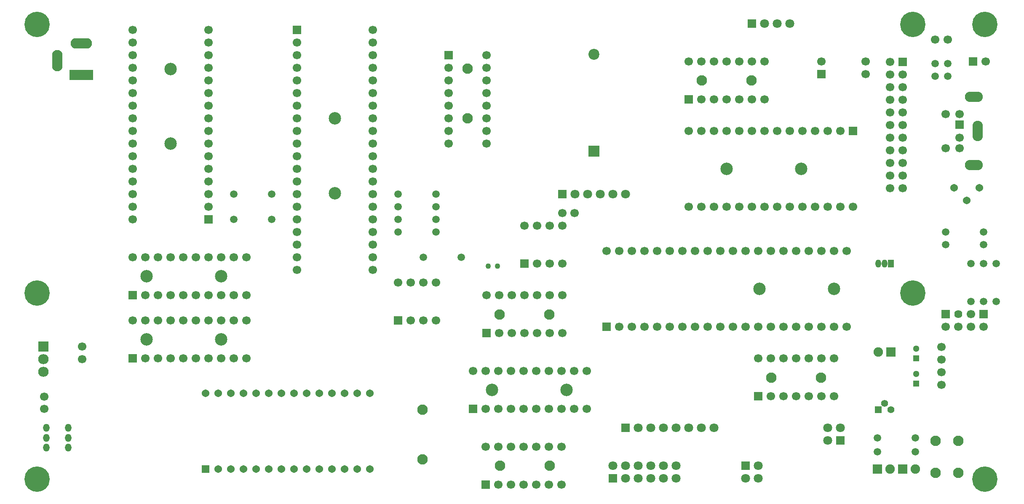
<source format=gbr>
%TF.GenerationSoftware,Novarm,DipTrace,4.3.0.5*%
%TF.CreationDate,2023-07-23T01:51:23+01:00*%
%FSLAX26Y26*%
%MOIN*%
%TF.FileFunction,Soldermask,Bot*%
%TF.Part,Single*%
%ADD18C,0.055118*%
%ADD23R,0.066929X0.066929*%
%ADD24C,0.066929*%
%ADD26R,0.051181X0.051181*%
%ADD27C,0.051181*%
%ADD28C,0.066929*%
%ADD43R,0.070866X0.070866*%
%ADD44C,0.070866*%
%ADD52C,0.082677*%
%ADD56C,0.043307*%
%ADD62C,0.086614*%
%ADD63R,0.086614X0.086614*%
%ADD65C,0.06063*%
%ADD67O,0.051181X0.063937*%
%ADD73O,0.045276X0.062992*%
%ADD75R,0.045276X0.062992*%
%ADD77C,0.074803*%
%ADD78R,0.074803X0.074803*%
%ADD79O,0.082677X0.078937*%
%ADD81R,0.082677X0.078937*%
%ADD83O,0.082677X0.169291*%
%ADD85O,0.169291X0.082677*%
%ADD87R,0.185039X0.082677*%
%ADD89O,0.082677X0.161417*%
%ADD91O,0.141732X0.082677*%
%ADD93C,0.06063*%
%ADD95R,0.06063X0.06063*%
%ADD98C,0.063937*%
%ADD100C,0.059055*%
%ADD101C,0.200787*%
%ADD103R,0.055118X0.055118*%
%ADD104C,0.098425*%
%ADD106C,0.070866*%
%ADD107C,0.059055*%
G75*
G01*
%LPD*%
D100*
X7932677Y2250000D3*
D107*
Y1950000D3*
D23*
X5699803Y3550394D3*
D24*
X5799803D3*
X5899803D3*
X5999803D3*
X6099803D3*
X6199803D3*
X6299803D3*
Y3850394D3*
X6199803D3*
X6099803D3*
X5999803D3*
X5899803D3*
X5799803D3*
X5699803D3*
D23*
X1900000Y2600000D3*
D24*
Y2700000D3*
Y2800000D3*
Y2900000D3*
Y3000000D3*
Y3100000D3*
Y3200000D3*
Y3300000D3*
Y3400000D3*
Y3500000D3*
Y3600000D3*
Y3700000D3*
Y3800000D3*
Y3900000D3*
Y4000000D3*
Y4100000D3*
X1300000D3*
Y4000000D3*
Y3900000D3*
Y3800000D3*
Y3700000D3*
Y3600000D3*
Y3500000D3*
Y3400000D3*
Y3300000D3*
Y3200000D3*
Y3100000D3*
Y3000000D3*
Y2900000D3*
Y2800000D3*
Y2700000D3*
Y2600000D3*
D100*
X3400000D3*
D107*
X3700000D3*
D23*
X5050000Y1750000D3*
D24*
X5150000D3*
X5250000D3*
X5350000D3*
X5450000D3*
X5550000D3*
X5650000D3*
X5750000D3*
X5850000D3*
X5950000D3*
X6050000D3*
X6150000D3*
X6250000D3*
X6350000D3*
X6450000D3*
X6550000D3*
X6650000D3*
X6750000D3*
X6850000D3*
X6950000D3*
Y2350000D3*
X6850000D3*
X6750000D3*
X6650000D3*
X6550000D3*
X6450000D3*
X6350000D3*
X6250000D3*
X6150000D3*
X6050000D3*
X5950000D3*
X5850000D3*
X5750000D3*
X5650000D3*
X5550000D3*
X5450000D3*
X5350000D3*
X5250000D3*
X5150000D3*
X5050000D3*
D52*
X7655118Y593701D3*
Y849606D3*
X7832283Y593701D3*
Y849606D3*
D43*
X6900000Y850000D3*
D106*
X6800000D3*
X6900000Y950000D3*
X6800000D3*
D104*
X2000000Y2150000D3*
X1409449D3*
D103*
X7200000Y1093701D3*
D18*
X7250000Y1143701D3*
X7300000Y1093701D3*
D52*
X3950000Y3400000D3*
Y3793701D3*
D43*
X5100000Y550000D3*
D106*
Y650000D3*
X5200000Y550000D3*
Y650000D3*
X5300000Y550000D3*
Y650000D3*
X5400000Y550000D3*
Y650000D3*
X5500000Y550000D3*
Y650000D3*
X5600000Y550000D3*
Y650000D3*
D43*
X4700000Y2800000D3*
D44*
X4800000D3*
X4900000D3*
X5000000D3*
X5100000D3*
X5200000D3*
D101*
X543701Y4143701D3*
Y2017717D3*
X7472835Y4143701D3*
Y2017717D3*
D23*
X7394094Y3848425D3*
D28*
X7294094D3*
X7394094Y3748425D3*
X7294094D3*
X7394094Y3648425D3*
X7294094D3*
X7394094Y3548425D3*
X7294094D3*
X7394094Y3448425D3*
X7294094D3*
X7394094Y3348425D3*
X7294094D3*
X7394094Y3248425D3*
X7294094D3*
X7394094Y3148425D3*
X7294094D3*
X7394094Y3048425D3*
X7294094D3*
X7394094Y2948425D3*
X7294094D3*
X7394094Y2848425D3*
X7294094D3*
D43*
X5200000Y950000D3*
D106*
X5300000D3*
X5400000D3*
X5500000D3*
X5600000D3*
X5700000D3*
X5800000D3*
X5900000D3*
D23*
X8032677Y1850000D3*
D28*
X7932677D3*
D98*
X7832677D3*
D23*
X7732677D3*
D28*
Y1750000D3*
X7832677D3*
X7932677D3*
X8032677D3*
X4700000Y2650000D3*
X4798425D3*
D23*
X2600000Y4100000D3*
D24*
Y4000000D3*
Y3900000D3*
Y3800000D3*
Y3700000D3*
Y3600000D3*
Y3500000D3*
Y3400000D3*
Y3300000D3*
Y3200000D3*
Y3100000D3*
Y3000000D3*
Y2900000D3*
Y2800000D3*
Y2700000D3*
Y2600000D3*
Y2500000D3*
Y2400000D3*
Y2300000D3*
Y2200000D3*
X3200000D3*
Y2300000D3*
Y2400000D3*
Y2500000D3*
Y2600000D3*
Y2700000D3*
Y2800000D3*
Y2900000D3*
Y3000000D3*
Y3100000D3*
Y3200000D3*
Y3300000D3*
Y3400000D3*
Y3500000D3*
Y3600000D3*
Y3700000D3*
Y3800000D3*
Y3900000D3*
Y4000000D3*
Y4100000D3*
D100*
X2100000Y2800000D3*
D107*
X2400000D3*
D26*
X7500000Y1500000D3*
D27*
Y1578740D3*
D100*
X8032677Y2400000D3*
D107*
X7732677D3*
D23*
X1300000Y1500000D3*
D24*
X1400000D3*
X1500000D3*
X1600000D3*
X1700000D3*
X1800000D3*
X1900000D3*
X2000000D3*
X2100000D3*
X2200000D3*
Y1800000D3*
X2100000D3*
X2000000D3*
X1900000D3*
X1800000D3*
X1700000D3*
X1600000D3*
X1500000D3*
X1400000D3*
X1300000D3*
D100*
X8032677Y1950000D3*
D107*
Y2250000D3*
D104*
X1600000Y3200000D3*
Y3790551D3*
X4143701Y1250000D3*
X4734252D3*
D23*
X4100000Y1700000D3*
D24*
X4200000D3*
X4300000D3*
X4400000D3*
X4500000D3*
X4600000D3*
X4700000D3*
Y2000000D3*
X4600000D3*
X4500000D3*
X4400000D3*
X4300000D3*
X4200000D3*
X4100000D3*
D100*
X7193701Y871654D3*
D107*
X7493701D3*
D100*
X7650000Y3834252D3*
D107*
Y3734252D3*
D28*
X7100000Y3751575D3*
Y3850000D3*
D95*
X1875492Y625984D3*
D93*
X1975492D3*
X2075492D3*
X2175492D3*
X2275492D3*
X2375492D3*
X2475492D3*
X2575492D3*
X2675492D3*
X2775492D3*
X2875492D3*
X2975492D3*
X3075492D3*
X3175492D3*
Y1225984D3*
X3075492D3*
X2975492D3*
X2875492D3*
X2775492D3*
X2675492D3*
X2575492D3*
X2475492D3*
X2375492D3*
X2275492D3*
X2175492D3*
X2075492D3*
X1975492D3*
X1875492D3*
D23*
X4093701Y500000D3*
D24*
X4193701D3*
X4293701D3*
X4393701D3*
X4493701D3*
X4593701D3*
X4693701D3*
Y800000D3*
X4593701D3*
X4493701D3*
X4393701D3*
X4293701D3*
X4193701D3*
X4093701D3*
D23*
X6250000Y1200000D3*
D24*
X6350000D3*
X6450000D3*
X6550000D3*
X6650000D3*
X6750000D3*
X6850000D3*
Y1500000D3*
X6750000D3*
X6650000D3*
X6550000D3*
X6450000D3*
X6350000D3*
X6250000D3*
D23*
X7843701Y3351575D3*
D28*
Y3249213D3*
Y3434252D3*
Y3166535D3*
X7733465Y3434252D3*
Y3166535D3*
D91*
X7955906Y3030709D3*
D89*
X7987402Y3300394D3*
D91*
X7955906Y3570079D3*
D28*
X600000Y1100000D3*
Y1198425D3*
D23*
X6750000Y3751575D3*
D28*
Y3850000D3*
D100*
X7750000Y3834252D3*
D107*
Y3734252D3*
D100*
X3400000Y2800000D3*
D107*
X3700000D3*
D101*
X543701Y543701D3*
D104*
X6000000Y3000000D3*
X6590551D3*
D43*
X6200000Y4150000D3*
D106*
X6300000D3*
X6400000D3*
X6500000D3*
D26*
X7500000Y1300000D3*
D27*
Y1378740D3*
D52*
X4203346Y1849606D3*
X4597047D3*
X6196850Y3700000D3*
X5803150D3*
X6747047Y1349606D3*
X6353346D3*
D87*
X893701Y3745669D3*
D85*
Y3993701D3*
D83*
X704724Y3859843D3*
D81*
X593701Y1593701D3*
D79*
Y1493701D3*
Y1393701D3*
D23*
X7951575Y3850000D3*
D28*
X8050000D3*
X7700984Y1292126D3*
Y1390551D3*
D78*
X7300000Y1550000D3*
D77*
X7200000D3*
D75*
X7300000Y2250000D3*
D73*
X7250000D3*
X7200000D3*
D100*
X7493701Y760236D3*
D107*
X7193701D3*
D23*
X1300000Y2000000D3*
D24*
X1400000D3*
X1500000D3*
X1600000D3*
X1700000D3*
X1800000D3*
X1900000D3*
X2000000D3*
X2100000D3*
X2200000D3*
Y2300000D3*
X2100000D3*
X2000000D3*
X1900000D3*
X1800000D3*
X1700000D3*
X1600000D3*
X1500000D3*
X1400000D3*
X1300000D3*
D28*
X7749213Y4025000D3*
X7650787D3*
D100*
X3900394Y2300000D3*
D107*
X3600394D3*
D100*
X3700394Y2500000D3*
D107*
X3400394D3*
D104*
X2000000Y1650000D3*
X1409449D3*
D100*
X8032677Y2500000D3*
D107*
X7732677D3*
D23*
X4400000Y2250000D3*
D24*
X4500000D3*
X4600000D3*
X4700000D3*
Y2550000D3*
X4600000D3*
X4500000D3*
X4400000D3*
D28*
X900000Y1593701D3*
Y1495276D3*
D67*
X617323Y951772D3*
Y873031D3*
Y794291D3*
X790551Y951772D3*
Y873031D3*
Y794291D3*
D23*
X3993701Y1100000D3*
D24*
X4093701D3*
X4193701D3*
X4293701D3*
X4393701D3*
X4493701D3*
X4593701D3*
X4693701D3*
X4793701D3*
X4893701D3*
Y1400000D3*
X4793701D3*
X4693701D3*
X4593701D3*
X4493701D3*
X4393701D3*
X4293701D3*
X4193701D3*
X4093701D3*
X3993701D3*
D52*
X3594685Y700984D3*
Y1094685D3*
D23*
X3800000Y3900000D3*
D24*
Y3800000D3*
Y3700000D3*
Y3600000D3*
Y3500000D3*
Y3400000D3*
Y3300000D3*
Y3200000D3*
X4100000D3*
Y3300000D3*
Y3400000D3*
Y3500000D3*
Y3600000D3*
Y3700000D3*
Y3800000D3*
Y3900000D3*
D78*
X7393701Y624606D3*
D77*
X7493701D3*
D101*
X8043701Y543701D3*
D78*
X7193701Y624606D3*
D77*
X7293701D3*
D65*
X8000000Y2850000D3*
X7900000Y2750000D3*
X7800000Y2850000D3*
D100*
X8132677Y2250000D3*
D107*
Y1950000D3*
D56*
X4187008Y2232283D3*
X4112205D3*
D23*
X7000000Y3300000D3*
D24*
X6900000D3*
X6800000D3*
X6700000D3*
X6600000D3*
X6500000D3*
X6400000D3*
X6300000D3*
X6200000D3*
X6100000D3*
X6000000D3*
X5900000D3*
X5800000D3*
X5700000D3*
Y2700000D3*
X5800000D3*
X5900000D3*
X6000000D3*
X6100000D3*
X6200000D3*
X6300000D3*
X6400000D3*
X6500000D3*
X6600000D3*
X6700000D3*
X6800000D3*
X6900000D3*
X7000000D3*
D101*
X8043701Y4143701D3*
D23*
X3400394Y1800394D3*
D24*
X3500394D3*
X3600394D3*
X3700394D3*
Y2100394D3*
X3600394D3*
X3500394D3*
X3400394D3*
D43*
X6150000Y650000D3*
D106*
X6250000D3*
X6150000Y550000D3*
X6250000D3*
D104*
X6850000Y2050000D3*
X6259449D3*
D52*
X4600000Y650000D3*
X4206299D3*
D100*
X3700000Y2700000D3*
D107*
X3400000D3*
D100*
X2100000Y2600000D3*
D107*
X2400000D3*
D104*
X2900000Y3400000D3*
Y2809449D3*
D28*
X7700984Y1492126D3*
Y1590551D3*
D63*
X4950000Y3141808D3*
D62*
Y3909525D3*
M02*

</source>
